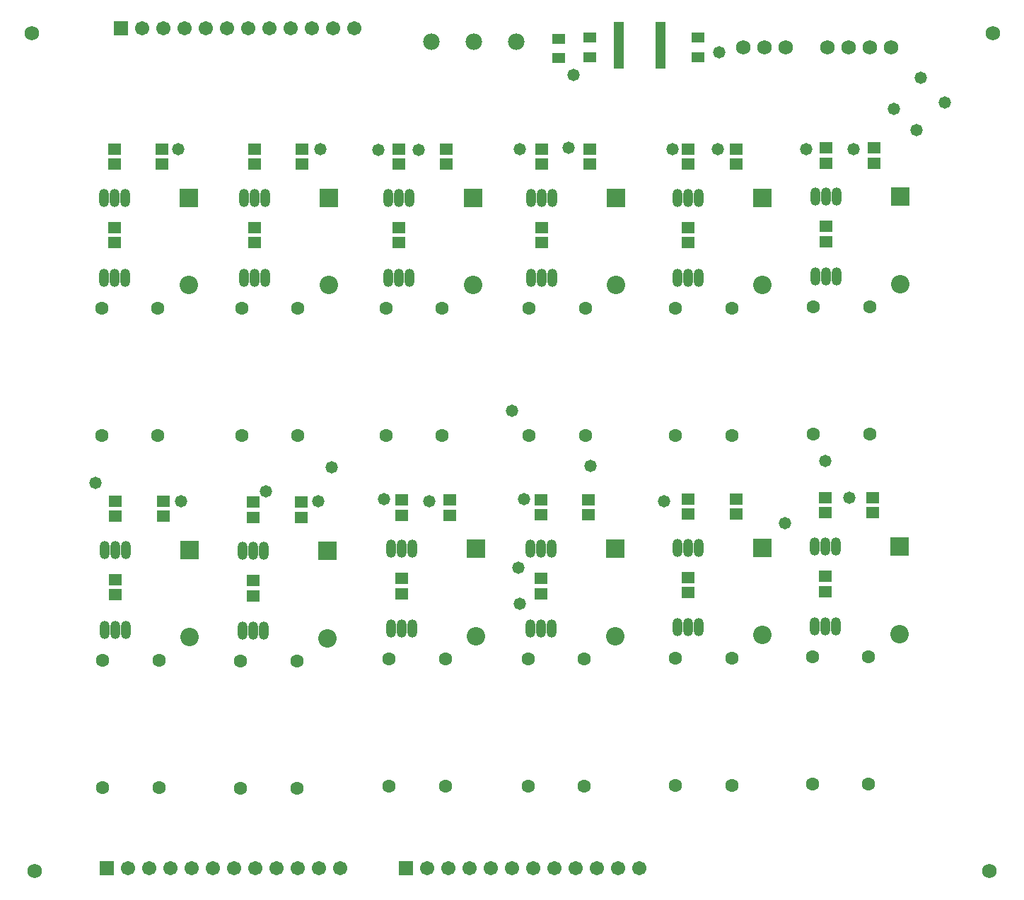
<source format=gts>
G04 Layer_Color=8388736*
%FSLAX25Y25*%
%MOIN*%
G70*
G01*
G75*
%ADD31R,0.05918X0.05131*%
%ADD32R,0.04737X0.22453*%
%ADD33R,0.06312X0.05524*%
%ADD34C,0.07800*%
%ADD35C,0.06800*%
%ADD36R,0.08674X0.08674*%
%ADD37C,0.08674*%
%ADD38C,0.06312*%
%ADD39O,0.04737X0.08674*%
%ADD40O,0.04737X0.08674*%
%ADD41R,0.06706X0.06706*%
%ADD42C,0.06706*%
%ADD43C,0.05800*%
D31*
X330000Y-16972D02*
D03*
Y-26028D02*
D03*
X264500Y-17472D02*
D03*
Y-26528D02*
D03*
X279000Y-16972D02*
D03*
Y-26028D02*
D03*
D32*
X312500Y-20500D02*
D03*
X292815D02*
D03*
D33*
X348000Y-69457D02*
D03*
Y-76543D02*
D03*
X325500Y-69457D02*
D03*
Y-76543D02*
D03*
X325500Y-106500D02*
D03*
Y-113587D02*
D03*
X211500Y-69457D02*
D03*
Y-76543D02*
D03*
X189000Y-69457D02*
D03*
Y-76543D02*
D03*
X189000Y-106500D02*
D03*
Y-113587D02*
D03*
X279000Y-69457D02*
D03*
Y-76543D02*
D03*
X256500Y-69457D02*
D03*
Y-76543D02*
D03*
X256500Y-106500D02*
D03*
Y-113587D02*
D03*
X143500Y-69457D02*
D03*
Y-76543D02*
D03*
X121000Y-69457D02*
D03*
Y-76543D02*
D03*
X121000Y-106500D02*
D03*
Y-113587D02*
D03*
X77500Y-69457D02*
D03*
Y-76543D02*
D03*
X55000Y-69457D02*
D03*
Y-76543D02*
D03*
X55000Y-106500D02*
D03*
Y-113587D02*
D03*
X55500Y-279587D02*
D03*
Y-272500D02*
D03*
X55500Y-242543D02*
D03*
Y-235457D02*
D03*
X78000Y-242543D02*
D03*
Y-235457D02*
D03*
X390500Y-113087D02*
D03*
Y-106000D02*
D03*
X390500Y-76043D02*
D03*
Y-68957D02*
D03*
X413000Y-76043D02*
D03*
Y-68957D02*
D03*
X190500Y-279087D02*
D03*
Y-272000D02*
D03*
X190500Y-242043D02*
D03*
Y-234957D02*
D03*
X213000Y-242043D02*
D03*
Y-234957D02*
D03*
X120500Y-280087D02*
D03*
Y-273000D02*
D03*
X120500Y-243043D02*
D03*
Y-235957D02*
D03*
X143000Y-243043D02*
D03*
Y-235957D02*
D03*
X390000Y-278043D02*
D03*
Y-270957D02*
D03*
X390000Y-241000D02*
D03*
Y-233913D02*
D03*
X412500Y-241000D02*
D03*
Y-233913D02*
D03*
X325500Y-278543D02*
D03*
Y-271457D02*
D03*
X325500Y-241500D02*
D03*
Y-234413D02*
D03*
X348000Y-241500D02*
D03*
Y-234413D02*
D03*
X256000Y-279043D02*
D03*
Y-271957D02*
D03*
X256000Y-242000D02*
D03*
Y-234913D02*
D03*
X278500Y-242000D02*
D03*
Y-234913D02*
D03*
D34*
X204500Y-19000D02*
D03*
X224500D02*
D03*
X244500D02*
D03*
D35*
X351500Y-21500D02*
D03*
X361500D02*
D03*
X371500D02*
D03*
X391000D02*
D03*
X401000D02*
D03*
X411000D02*
D03*
X421000D02*
D03*
X469000Y-15000D02*
D03*
X467500Y-410000D02*
D03*
X17500D02*
D03*
X16000Y-15000D02*
D03*
D36*
X360500Y-92409D02*
D03*
X224000D02*
D03*
X291500D02*
D03*
X156000D02*
D03*
X90000D02*
D03*
X90500Y-258410D02*
D03*
X425500Y-91909D02*
D03*
X225500Y-257909D02*
D03*
X155500Y-258910D02*
D03*
X425000Y-256866D02*
D03*
X360500Y-257366D02*
D03*
X291000Y-257866D02*
D03*
D37*
X360500Y-133591D02*
D03*
X224000D02*
D03*
X291500D02*
D03*
X156000D02*
D03*
X90000D02*
D03*
X90500Y-299590D02*
D03*
X425500Y-133091D02*
D03*
X225500Y-299091D02*
D03*
X155500Y-300091D02*
D03*
X425000Y-298047D02*
D03*
X360500Y-298547D02*
D03*
X291000Y-299047D02*
D03*
D38*
X346000Y-144500D02*
D03*
Y-204500D02*
D03*
X319500Y-144500D02*
D03*
Y-204500D02*
D03*
X209500Y-144500D02*
D03*
Y-204500D02*
D03*
X183000Y-144500D02*
D03*
Y-204500D02*
D03*
X277000Y-144500D02*
D03*
Y-204500D02*
D03*
X250500Y-144500D02*
D03*
Y-204500D02*
D03*
X141500Y-144500D02*
D03*
Y-204500D02*
D03*
X115000Y-144500D02*
D03*
Y-204500D02*
D03*
X75500Y-144500D02*
D03*
Y-204500D02*
D03*
X49000Y-144500D02*
D03*
Y-204500D02*
D03*
X49500Y-370500D02*
D03*
Y-310500D02*
D03*
X76000Y-370500D02*
D03*
Y-310500D02*
D03*
X384500Y-204000D02*
D03*
Y-144000D02*
D03*
X411000Y-204000D02*
D03*
Y-144000D02*
D03*
X184500Y-370000D02*
D03*
Y-310000D02*
D03*
X211000Y-370000D02*
D03*
Y-310000D02*
D03*
X114500Y-371000D02*
D03*
Y-311000D02*
D03*
X141000Y-371000D02*
D03*
Y-311000D02*
D03*
X384000Y-368957D02*
D03*
Y-308957D02*
D03*
X410500Y-368957D02*
D03*
Y-308957D02*
D03*
X319500Y-369457D02*
D03*
Y-309457D02*
D03*
X346000Y-369457D02*
D03*
Y-309457D02*
D03*
X250000Y-369957D02*
D03*
Y-309957D02*
D03*
X276500Y-369957D02*
D03*
Y-309957D02*
D03*
D39*
X320500Y-92500D02*
D03*
X330500D02*
D03*
X320500Y-130043D02*
D03*
X330500D02*
D03*
X184000Y-92500D02*
D03*
X194000D02*
D03*
X184000Y-130043D02*
D03*
X194000D02*
D03*
X251500Y-92500D02*
D03*
X261500D02*
D03*
X251500Y-130043D02*
D03*
X261500D02*
D03*
X116000Y-92500D02*
D03*
X126000D02*
D03*
X116000Y-130043D02*
D03*
X126000D02*
D03*
X50000Y-92500D02*
D03*
X60000D02*
D03*
X50000Y-130043D02*
D03*
X60000D02*
D03*
X60500Y-296043D02*
D03*
X50500D02*
D03*
X60500Y-258500D02*
D03*
X50500D02*
D03*
X395500Y-129543D02*
D03*
X385500D02*
D03*
X395500Y-92000D02*
D03*
X385500D02*
D03*
X195500Y-295543D02*
D03*
X185500D02*
D03*
X195500Y-258000D02*
D03*
X185500D02*
D03*
X125500Y-296543D02*
D03*
X115500D02*
D03*
X125500Y-259000D02*
D03*
X115500D02*
D03*
X395000Y-294500D02*
D03*
X385000D02*
D03*
X395000Y-256957D02*
D03*
X385000D02*
D03*
X330500Y-295000D02*
D03*
X320500D02*
D03*
X330500Y-257457D02*
D03*
X320500D02*
D03*
X261000Y-295500D02*
D03*
X251000D02*
D03*
X261000Y-257957D02*
D03*
X251000D02*
D03*
D40*
X325500Y-92500D02*
D03*
X325500Y-130043D02*
D03*
X189000Y-92500D02*
D03*
X189000Y-130043D02*
D03*
X256500Y-92500D02*
D03*
X256500Y-130043D02*
D03*
X121000Y-92500D02*
D03*
X121000Y-130043D02*
D03*
X55000Y-92500D02*
D03*
X55000Y-130043D02*
D03*
X55500Y-296043D02*
D03*
X55500Y-258500D02*
D03*
X390500Y-129543D02*
D03*
X390500Y-92000D02*
D03*
X190500Y-295543D02*
D03*
X190500Y-258000D02*
D03*
X120500Y-296543D02*
D03*
X120500Y-259000D02*
D03*
X390000Y-294500D02*
D03*
X390000Y-256957D02*
D03*
X325500Y-295000D02*
D03*
X325500Y-257457D02*
D03*
X256000Y-295500D02*
D03*
X256000Y-257957D02*
D03*
D41*
X58000Y-12500D02*
D03*
X51500Y-408500D02*
D03*
X192500D02*
D03*
D42*
X68000Y-12500D02*
D03*
X78000D02*
D03*
X88000D02*
D03*
X98000D02*
D03*
X108000D02*
D03*
X118000D02*
D03*
X128000D02*
D03*
X138000D02*
D03*
X148000D02*
D03*
X158000D02*
D03*
X168000D02*
D03*
X61500Y-408500D02*
D03*
X71500D02*
D03*
X81500D02*
D03*
X91500D02*
D03*
X101500D02*
D03*
X111500D02*
D03*
X121500D02*
D03*
X131500D02*
D03*
X141500D02*
D03*
X151500D02*
D03*
X161500D02*
D03*
X202500D02*
D03*
X212500D02*
D03*
X222500D02*
D03*
X232500D02*
D03*
X242500D02*
D03*
X252500D02*
D03*
X262500D02*
D03*
X272500D02*
D03*
X282500D02*
D03*
X292500D02*
D03*
X302500D02*
D03*
D43*
X242500Y-193000D02*
D03*
X371000Y-246000D02*
D03*
X381043Y-69457D02*
D03*
X317957D02*
D03*
X246043D02*
D03*
X198500Y-70000D02*
D03*
X179413D02*
D03*
X157500Y-219500D02*
D03*
X85000Y-69500D02*
D03*
X152000D02*
D03*
X269000Y-69000D02*
D03*
X339500Y-69500D02*
D03*
X403500D02*
D03*
X46000Y-227000D02*
D03*
X86500Y-235500D02*
D03*
X126500Y-231000D02*
D03*
X151000Y-235500D02*
D03*
X182000Y-234500D02*
D03*
X203500Y-235500D02*
D03*
X248000Y-234500D02*
D03*
X279500Y-219000D02*
D03*
X314000Y-235500D02*
D03*
X390000Y-216500D02*
D03*
X401500Y-234000D02*
D03*
X340000Y-24000D02*
D03*
X271500Y-34500D02*
D03*
X435000Y-36000D02*
D03*
X422500Y-50500D02*
D03*
X433000Y-60500D02*
D03*
X245500Y-267000D02*
D03*
X246000Y-284000D02*
D03*
X446500Y-47500D02*
D03*
M02*

</source>
